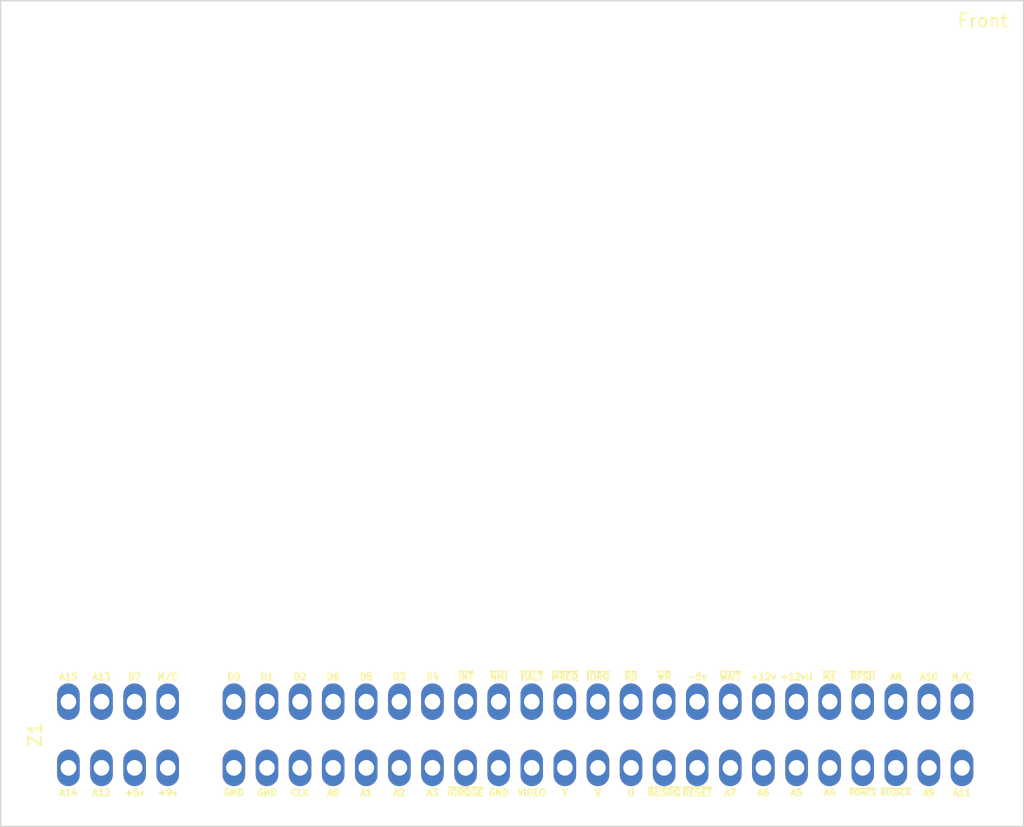
<source format=kicad_pcb>
(kicad_pcb (version 20211014) (generator pcbnew)
  (layers (0 "F.Cu" signal) (31 "B.Cu" signal) (34 "B.Paste" user) (35 "F.Paste" user) (36 "B.SilkS" user "B.Silkscreen") (37 "F.SilkS" user "F.Silkscreen") (38 "B.Mask" user) (39 "F.Mask" user) (44 "Edge.Cuts" user))
  (net 0 "")
  (footprint "zxedge:Spectrum_Edge_Connector" (layer "F.Cu") (at 118.23 122.34)
    (fp_text reference "Z1" (at -35.56 0 90) (layer "F.SilkS"))
    (fp_text value "ZX48Bus")
    (fp_text user "D2" (at -15.24 -4.445) (layer "F.SilkS") (effects (font (size 0.5 0.5) (thickness 0.125))))
    (fp_text user "A13" (at -30.48 -4.445) (layer "F.SilkS") (effects (font (size 0.5 0.5) (thickness 0.125))))
    (fp_text user "GND" (at 0 4.445) (layer "F.SilkS") (effects (font (size 0.5 0.5) (thickness 0.125))))
    (fp_text user "A8" (at 30.48 -4.445) (layer "F.SilkS") (effects (font (size 0.5 0.5) (thickness 0.125))))
    (fp_text user "~{IORQ}" (at 7.62 -4.445) (layer "F.SilkS") (effects (font (size 0.5 0.5) (thickness 0.125))))
    (fp_text user "D1" (at -17.78 -4.445) (layer "F.SilkS") (effects (font (size 0.5 0.5) (thickness 0.125))))
    (fp_text user "A11" (at 35.56 4.445) (layer "F.SilkS") (effects (font (size 0.5 0.5) (thickness 0.125))))
    (fp_text user "CLK" (at -15.24 4.445) (layer "F.SilkS") (effects (font (size 0.5 0.5) (thickness 0.125))))
    (fp_text user "+12vU" (at 22.86 -4.445) (layer "F.SilkS") (effects (font (size 0.5 0.5) (thickness 0.125))))
    (fp_text user "A3" (at -5.08 4.445) (layer "F.SilkS") (effects (font (size 0.5 0.5) (thickness 0.125))))
    (fp_text user "GND" (at -20.32 4.445) (layer "F.SilkS") (effects (font (size 0.5 0.5) (thickness 0.125))))
    (fp_text user "D5" (at -10.16 -4.445) (layer "F.SilkS") (effects (font (size 0.5 0.5) (thickness 0.125))))
    (fp_text user "A9" (at 33.02 4.445) (layer "F.SilkS") (effects (font (size 0.5 0.5) (thickness 0.125))))
    (fp_text user "~{INT}" (at -2.54 -4.445) (layer "F.SilkS") (effects (font (size 0.5 0.5) (thickness 0.125))))
    (fp_text user "~{WAIT}" (at 17.78 -4.445) (layer "F.SilkS") (effects (font (size 0.5 0.5) (thickness 0.125))))
    (fp_text user "A4" (at 25.4 4.445) (layer "F.SilkS") (effects (font (size 0.5 0.5) (thickness 0.125))))
    (fp_text user "V" (at 7.62 4.445) (layer "F.SilkS") (effects (font (size 0.5 0.5) (thickness 0.125))))
    (fp_text user "D4" (at -5.08 -4.445) (layer "F.SilkS") (effects (font (size 0.5 0.5) (thickness 0.125))))
    (fp_text user "~{IORQGE}" (at -2.54 4.445) (layer "F.SilkS") (effects (font (size 0.5 0.5) (thickness 0.125))))
    (fp_text user "-5v" (at 15.24 -4.445) (layer "F.SilkS") (effects (font (size 0.5 0.5) (thickness 0.125))))
    (fp_text user "A14" (at -33.02 4.445) (layer "F.SilkS") (effects (font (size 0.5 0.5) (thickness 0.125))))
    (fp_text user "~{RFSH}" (at 27.94 -4.445) (layer "F.SilkS") (effects (font (size 0.5 0.5) (thickness 0.125))))
    (fp_text user "D0" (at -20.32 -4.445) (layer "F.SilkS") (effects (font (size 0.5 0.5) (thickness 0.125))))
    (fp_text user "A2" (at -7.62 4.445) (layer "F.SilkS") (effects (font (size 0.5 0.5) (thickness 0.125))))
    (fp_text user "D6" (at -12.7 -4.445) (layer "F.SilkS") (effects (font (size 0.5 0.5) (thickness 0.125))))
    (fp_text user "~{WR}" (at 12.7 -4.445) (layer "F.SilkS") (effects (font (size 0.5 0.5) (thickness 0.125))))
    (fp_text user "D3" (at -7.62 -4.445) (layer "F.SilkS") (effects (font (size 0.5 0.5) (thickness 0.125))))
    (fp_text user "N/C" (at -25.4 -4.445) (layer "F.SilkS") (effects (font (size 0.5 0.5) (thickness 0.125))))
    (fp_text user "+5v" (at -27.94 4.445) (layer "F.SilkS") (effects (font (size 0.5 0.5) (thickness 0.125))))
    (fp_text user "~{ROMCS}" (at 27.94 4.445) (layer "F.SilkS") (effects (font (size 0.4 0.4) (thickness 0.1))))
    (fp_text user "A10" (at 33.02 -4.445) (layer "F.SilkS") (effects (font (size 0.5 0.5) (thickness 0.125))))
    (fp_text user "~{NMI}" (at 0 -4.445) (layer "F.SilkS") (effects (font (size 0.5 0.5) (thickness 0.125))))
    (fp_text user "+12v" (at 20.32 -4.445) (layer "F.SilkS") (effects (font (size 0.5 0.5) (thickness 0.125))))
    (fp_text user "Y" (at 5.08 4.445) (layer "F.SilkS") (effects (font (size 0.5 0.5) (thickness 0.125))))
    (fp_text user "A0" (at -12.7 4.445) (layer "F.SilkS") (effects (font (size 0.5 0.5) (thickness 0.125))))
    (fp_text user "A1" (at -10.16 4.445) (layer "F.SilkS") (effects (font (size 0.5 0.5) (thickness 0.125))))
    (fp_text user "~{RD}" (at 10.16 -4.445) (layer "F.SilkS") (effects (font (size 0.5 0.5) (thickness 0.125))))
    (fp_text user "A6" (at 20.32 4.445) (layer "F.SilkS") (effects (font (size 0.5 0.5) (thickness 0.125))))
    (fp_text user "~{BUSACK}" (at 30.48 4.445) (layer "F.SilkS") (effects (font (size 0.4 0.4) (thickness 0.1))))
    (fp_text user "~{RESET}" (at 15.24 4.445) (layer "F.SilkS") (effects (font (size 0.5 0.5) (thickness 0.125))))
    (fp_text user "A12" (at -30.48 4.445) (layer "F.SilkS") (effects (font (size 0.5 0.5) (thickness 0.125))))
    (fp_text user "A15" (at -33.02 -4.445) (layer "F.SilkS") (effects (font (size 0.5 0.5) (thickness 0.125))))
    (fp_text user "N/C" (at 35.56 -4.445) (layer "F.SilkS") (effects (font (size 0.5 0.5) (thickness 0.125))))
    (fp_text user "VIDEO" (at 2.54 4.445) (layer "F.SilkS") (effects (font (size 0.5 0.5) (thickness 0.125))))
    (fp_text user "A5" (at 22.86 4.445) (layer "F.SilkS") (effects (font (size 0.5 0.5) (thickness 0.125))))
    (fp_text user "U" (at 10.16 4.445) (layer "F.SilkS") (effects (font (size 0.5 0.5) (thickness 0.125))))
    (fp_text user "A7" (at 17.78 4.445) (layer "F.SilkS") (effects (font (size 0.5 0.5) (thickness 0.125))))
    (fp_text user "~{MREQ}" (at 5.08 -4.445) (layer "F.SilkS") (effects (font (size 0.5 0.5) (thickness 0.125))))
    (fp_text user "D7" (at -27.94 -4.445) (layer "F.SilkS") (effects (font (size 0.5 0.5) (thickness 0.125))))
    (fp_text user "+9v" (at -25.4 4.445) (layer "F.SilkS") (effects (font (size 0.5 0.5) (thickness 0.125))))
    (fp_text user "~{BUSRQ}" (at 12.7 4.445) (layer "F.SilkS") (effects (font (size 0.5 0.5) (thickness 0.125))))
    (fp_text user "~{M1}" (at 25.4 -4.445) (layer "F.SilkS") (effects (font (size 0.5 0.5) (thickness 0.125))))
    (fp_text user "~{HALT}" (at 2.54 -4.445) (layer "F.SilkS") (effects (font (size 0.5 0.5) (thickness 0.125))))
    (fp_text user "GND" (at -17.78 4.445) (layer "F.SilkS") (effects (font (size 0.5 0.5) (thickness 0.125))))
    (pad "1A" thru_hole oval locked (at -33.02 -2.54) (size 1.7272 2.8) (drill 1.2) (layers F&B.Cu *.Mask))
    (pad "1B" thru_hole oval locked (at -33.02 2.54) (size 1.7272 2.8) (drill 1.2) (layers F&B.Cu *.Mask))
    (pad "2A" thru_hole oval locked (at -30.48 -2.54) (size 1.7272 2.8) (drill 1.2) (layers F&B.Cu *.Mask))
    (pad "2B" thru_hole oval locked (at -30.48 2.54) (size 1.7272 2.8) (drill 1.2) (layers F&B.Cu *.Mask))
    (pad "3A" thru_hole oval locked (at -27.94 -2.54) (size 1.7272 2.8) (drill 1.2) (layers F&B.Cu *.Mask))
    (pad "3B" thru_hole oval locked (at -27.94 2.54) (size 1.7272 2.8) (drill 1.2) (layers F&B.Cu *.Mask))
    (pad "4A" thru_hole oval locked (at -25.4 -2.54) (size 1.7272 2.8) (drill 1.2) (layers F&B.Cu *.Mask))
    (pad "4B" thru_hole oval locked (at -25.4 2.54) (size 1.7272 2.8) (drill 1.2) (layers F&B.Cu *.Mask))
    (pad "6A" thru_hole oval locked (at -20.32 -2.54) (size 1.7272 2.8) (drill 1.2) (layers F&B.Cu *.Mask))
    (pad "6B" thru_hole oval locked (at -20.32 2.54) (size 1.7272 2.8) (drill 1.2) (layers F&B.Cu *.Mask))
    (pad "7A" thru_hole oval locked (at -17.78 -2.54) (size 1.7272 2.8) (drill 1.2) (layers F&B.Cu *.Mask))
    (pad "7B" thru_hole oval locked (at -17.78 2.54) (size 1.7272 2.8) (drill 1.2) (layers F&B.Cu *.Mask))
    (pad "8A" thru_hole oval locked (at -15.24 -2.54) (size 1.7272 2.8) (drill 1.2) (layers F&B.Cu *.Mask))
    (pad "8B" thru_hole oval locked (at -15.24 2.54) (size 1.7272 2.8) (drill 1.2) (layers F&B.Cu *.Mask))
    (pad "9A" thru_hole oval locked (at -12.7 -2.54) (size 1.7272 2.8) (drill 1.2) (layers F&B.Cu *.Mask))
    (pad "9B" thru_hole oval locked (at -12.7 2.54) (size 1.7272 2.8) (drill 1.2) (layers F&B.Cu *.Mask))
    (pad "10A" thru_hole oval locked (at -10.16 -2.54) (size 1.7272 2.8) (drill 1.2) (layers F&B.Cu *.Mask))
    (pad "10B" thru_hole oval locked (at -10.16 2.54) (size 1.7272 2.8) (drill 1.2) (layers F&B.Cu *.Mask))
    (pad "11A" thru_hole oval locked (at -7.62 -2.54) (size 1.7272 2.8) (drill 1.2) (layers F&B.Cu *.Mask))
    (pad "11B" thru_hole oval locked (at -7.62 2.54) (size 1.7272 2.8) (drill 1.2) (layers F&B.Cu *.Mask))
    (pad "12A" thru_hole oval locked (at -5.08 -2.54) (size 1.7272 2.8) (drill 1.2) (layers F&B.Cu *.Mask))
    (pad "12B" thru_hole oval locked (at -5.08 2.54) (size 1.7272 2.8) (drill 1.2) (layers F&B.Cu *.Mask))
    (pad "13A" thru_hole oval locked (at -2.54 -2.54) (size 1.7272 2.8) (drill 1.2) (layers F&B.Cu *.Mask))
    (pad "13B" thru_hole oval locked (at -2.54 2.54) (size 1.7272 2.8) (drill 1.2) (layers F&B.Cu *.Mask))
    (pad "14A" thru_hole oval locked (at 0 -2.54) (size 1.7272 2.8) (drill 1.2) (layers F&B.Cu *.Mask))
    (pad "14B" thru_hole oval locked (at 0 2.54) (size 1.7272 2.8) (drill 1.2) (layers F&B.Cu *.Mask))
    (pad "15A" thru_hole oval locked (at 2.54 -2.54) (size 1.7272 2.8) (drill 1.2) (layers F&B.Cu *.Mask))
    (pad "15B" thru_hole oval locked (at 2.54 2.54) (size 1.7272 2.8) (drill 1.2) (layers F&B.Cu *.Mask))
    (pad "16A" thru_hole oval locked (at 5.08 -2.54) (size 1.7272 2.8) (drill 1.2) (layers F&B.Cu *.Mask))
    (pad "16B" thru_hole oval locked (at 5.08 2.54) (size 1.7272 2.8) (drill 1.2) (layers F&B.Cu *.Mask))
    (pad "17A" thru_hole oval locked (at 7.62 -2.54) (size 1.7272 2.8) (drill 1.2) (layers F&B.Cu *.Mask))
    (pad "17B" thru_hole oval locked (at 7.62 2.54) (size 1.7272 2.8) (drill 1.2) (layers F&B.Cu *.Mask))
    (pad "18A" thru_hole oval locked (at 10.16 -2.54) (size 1.7272 2.8) (drill 1.2) (layers F&B.Cu *.Mask))
    (pad "18B" thru_hole oval locked (at 10.16 2.54) (size 1.7272 2.8) (drill 1.2) (layers F&B.Cu *.Mask))
    (pad "19A" thru_hole oval locked (at 12.7 -2.54) (size 1.7272 2.8) (drill 1.2) (layers F&B.Cu *.Mask))
    (pad "19B" thru_hole oval locked (at 12.7 2.54) (size 1.7272 2.8) (drill 1.2) (layers F&B.Cu *.Mask))
    (pad "20A" thru_hole oval locked (at 15.24 -2.54) (size 1.7272 2.8) (drill 1.2) (layers F&B.Cu *.Mask))
    (pad "20B" thru_hole oval locked (at 15.24 2.54) (size 1.7272 2.8) (drill 1.2) (layers F&B.Cu *.Mask))
    (pad "21A" thru_hole oval locked (at 17.78 -2.54) (size 1.7272 2.8) (drill 1.2) (layers F&B.Cu *.Mask))
    (pad "21B" thru_hole oval locked (at 17.78 2.54) (size 1.7272 2.8) (drill 1.2) (layers F&B.Cu *.Mask))
    (pad "22A" thru_hole oval locked (at 20.32 -2.54) (size 1.7272 2.8) (drill 1.2) (layers F&B.Cu *.Mask))
    (pad "22B" thru_hole oval locked (at 20.32 2.54) (size 1.7272 2.8) (drill 1.2) (layers F&B.Cu *.Mask))
    (pad "23A" thru_hole oval locked (at 22.86 -2.54) (size 1.7272 2.8) (drill 1.2) (layers F&B.Cu *.Mask))
    (pad "23B" thru_hole oval locked (at 22.86 2.54) (size 1.7272 2.8) (drill 1.2) (layers F&B.Cu *.Mask))
    (pad "24A" thru_hole oval locked (at 25.4 -2.54) (size 1.7272 2.8) (drill 1.2) (layers F&B.Cu *.Mask))
    (pad "24B" thru_hole oval locked (at 25.4 2.54) (size 1.7272 2.8) (drill 1.2) (layers F&B.Cu *.Mask))
    (pad "25A" thru_hole oval locked (at 27.94 -2.54) (size 1.7272 2.8) (drill 1.2) (layers F&B.Cu *.Mask))
    (pad "25B" thru_hole oval locked (at 27.94 2.54) (size 1.7272 2.8) (drill 1.2) (layers F&B.Cu *.Mask))
    (pad "26A" thru_hole oval locked (at 30.48 -2.54) (size 1.7272 2.8) (drill 1.2) (layers F&B.Cu *.Mask))
    (pad "26B" thru_hole oval locked (at 30.48 2.54) (size 1.7272 2.8) (drill 1.2) (layers F&B.Cu *.Mask))
    (pad "27A" thru_hole oval locked (at 33.02 -2.54) (size 1.7272 2.8) (drill 1.2) (layers F&B.Cu *.Mask))
    (pad "27B" thru_hole oval locked (at 33.02 2.54) (size 1.7272 2.8) (drill 1.2) (layers F&B.Cu *.Mask))
    (pad "28A" thru_hole oval locked (at 35.56 -2.54) (size 1.7272 2.8) (drill 1.2) (layers F&B.Cu *.Mask))
    (pad "28B" thru_hole oval locked (at 35.56 2.54) (size 1.7272 2.8) (drill 1.2) (layers F&B.Cu *.Mask))
  )
  (gr_rect locked (start 80.01 66) (end 158.51 129.38) (layer "Edge.Cuts") (width 0.1) (fill none))
  (gr_text "Front" (at 155.38 67.53) (layer "F.SilkS") (effects (font (size 1 1))))
)
</source>
